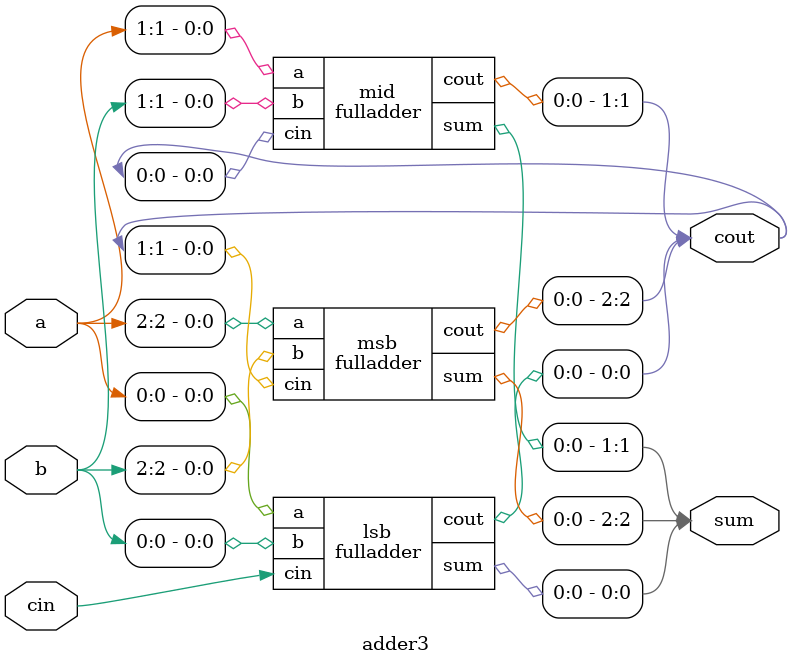
<source format=v>
module fulladder(
    input a,b,cin,
    output sum,cout
);
    // Calculates the sum output for a full adder
    assign sum = a ^ b ^ cin;
    // Calculates the carry-out output for a full adder
    assign cout = (a & b) | (b & cin) | (a & cin);
    
endmodule

module adder3(
    input [2:0] a, b,
    input cin,
    output [2:0] cout,
    output [2:0] sum
);
    
    // Instantiate the least significant bit (LSB) full adder
    fulladder lsb(a[0], b[0], cin, sum[0], cout[0]);
    // Instantiate the middle bit full adder
    fulladder mid(a[1], b[1], cout[0], sum[1], cout[1]);
    // Instantiate the most significant bit (MSB) full adder
    fulladder msb(a[2], b[2], cout[1], sum[2], cout[2]);
    
endmodule
</source>
